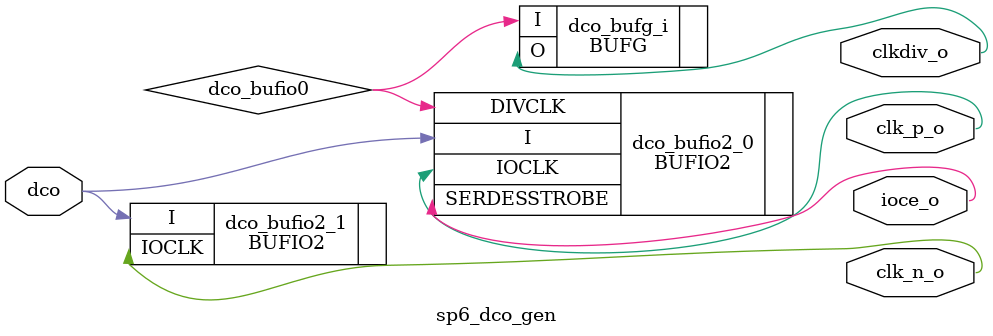
<source format=v>
`timescale 1ns / 1ps

module sp6_dco_gen (
    // LTC2175 interface
    input dco,

    // ISERDES2 interface
    output clkdiv_o,
    output clk_p_o,
    output clk_n_o,
    output ioce_o
);

parameter integer clk_divide = 4 ;
parameter divide_bypass = "FALSE";
parameter FPGA_FAMILY="SPARTAN6";
wire dco_bufio0;

//  BUFIO2 driving ISERDES2 DDR
// UG382 Figure 1-15/1-33
// UG381 Figure 3-3
/*IBUFGDS clk_buf_dco (
    .O(dco_bufds),
    .I(dco_p),
    .IB(dco_n)
);
*/

BUFIO2 #(
    .USE_DOUBLER("TRUE"),
    .I_INVERT("FALSE"),
    .DIVIDE(clk_divide),
    .DIVIDE_BYPASS(divide_bypass)
) dco_bufio2_0 (
    .I(dco),
  //  .IB(dco_n),
    .IOCLK(clk_p_o),
    //.IOCLK(clk_p_o_buf),
    .DIVCLK(dco_bufio0),
    .SERDESSTROBE(ioce_o)
);

BUFG dco_bufg_i (
    .I(dco_bufio0),
    .O(clkdiv_o)
);
/*BUFG dco_bufg_p_o (
    .I(clk_p_o_buf),
    .O(clk_p_o)
);
*/
BUFIO2 #(
    .USE_DOUBLER("FALSE"),
    .I_INVERT("TRUE")
) dco_bufio2_1 (
    .I(dco),
    //.IOCLK(clk_n_o_buf)
    .IOCLK(clk_n_o)
);
/*
BUFG dco_bufg_n_o (
    .I(clk_n_o_buf),
    .O(clk_n_o)
);*/
endmodule

</source>
